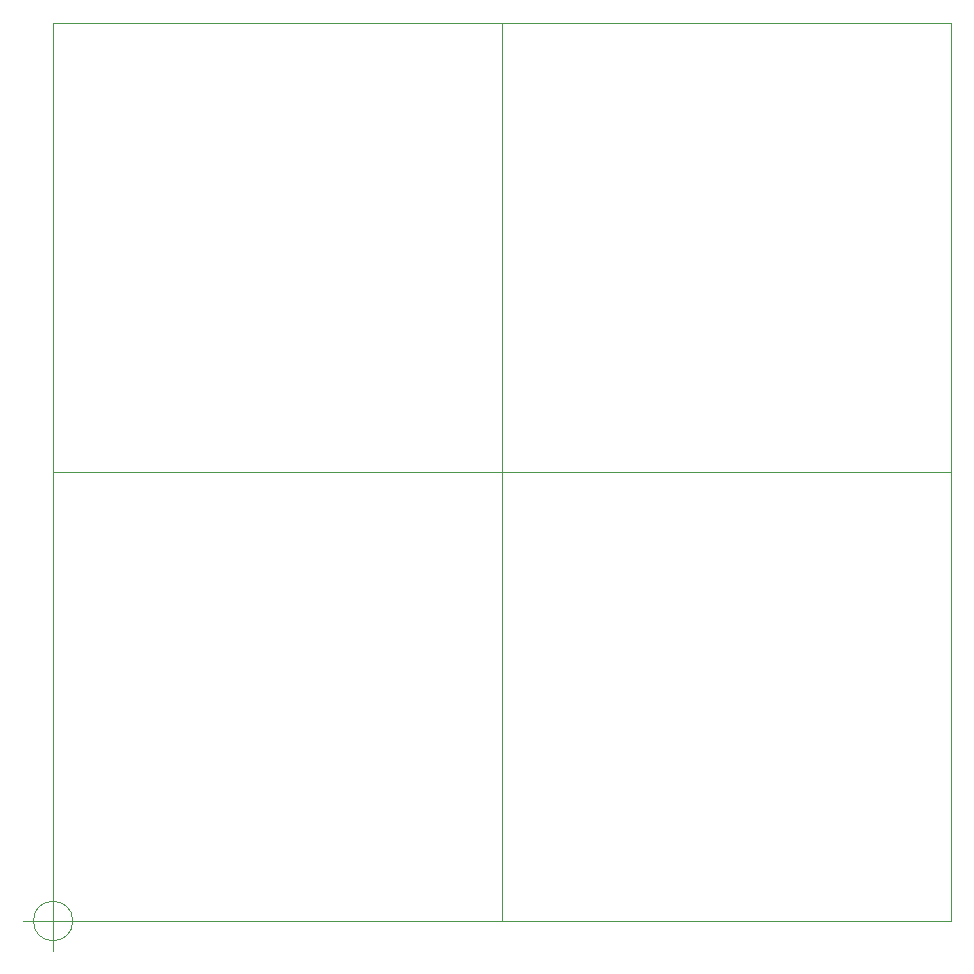
<source format=gm1>
G04 #@! TF.GenerationSoftware,KiCad,Pcbnew,(5.1.5-0-10_14)*
G04 #@! TF.CreationDate,2021-05-05T16:20:11+09:00*
G04 #@! TF.ProjectId,Eternity,45746572-6e69-4747-992e-6b696361645f,rev?*
G04 #@! TF.SameCoordinates,Original*
G04 #@! TF.FileFunction,Profile,NP*
%FSLAX46Y46*%
G04 Gerber Fmt 4.6, Leading zero omitted, Abs format (unit mm)*
G04 Created by KiCad (PCBNEW (5.1.5-0-10_14)) date 2021-05-05 16:20:11*
%MOMM*%
%LPD*%
G04 APERTURE LIST*
%ADD10C,0.050000*%
G04 APERTURE END LIST*
D10*
X111661366Y-160997900D02*
G75*
G03X111661366Y-160997900I-1666666J0D01*
G01*
X107494700Y-160997900D02*
X112494700Y-160997900D01*
X109994700Y-158497900D02*
X109994700Y-163497900D01*
X186000000Y-123000000D02*
X148000000Y-123000000D01*
X148000000Y-123000000D02*
X186000000Y-123000000D01*
X148000000Y-161000000D02*
X148000000Y-123000000D01*
X148000000Y-123000000D02*
X110000000Y-123000000D01*
X148000000Y-85000000D02*
X148000000Y-123000000D01*
X148000000Y-123000000D02*
X148000000Y-161000000D01*
X110000000Y-123000000D02*
X148000000Y-123000000D01*
X148000000Y-123000000D02*
X148000000Y-85000000D01*
X186000000Y-161000000D02*
X186000000Y-123000000D01*
X186000000Y-123000000D02*
X186000000Y-85000000D01*
X148000000Y-161000000D02*
X186000000Y-161000000D01*
X110000000Y-161000000D02*
X148000000Y-161000000D01*
X110000000Y-123000000D02*
X110000000Y-161000000D01*
X186000000Y-85000000D02*
X148000000Y-85000000D01*
X110000000Y-85000000D02*
X110000000Y-123000000D01*
X148000000Y-85000000D02*
X110000000Y-85000000D01*
M02*

</source>
